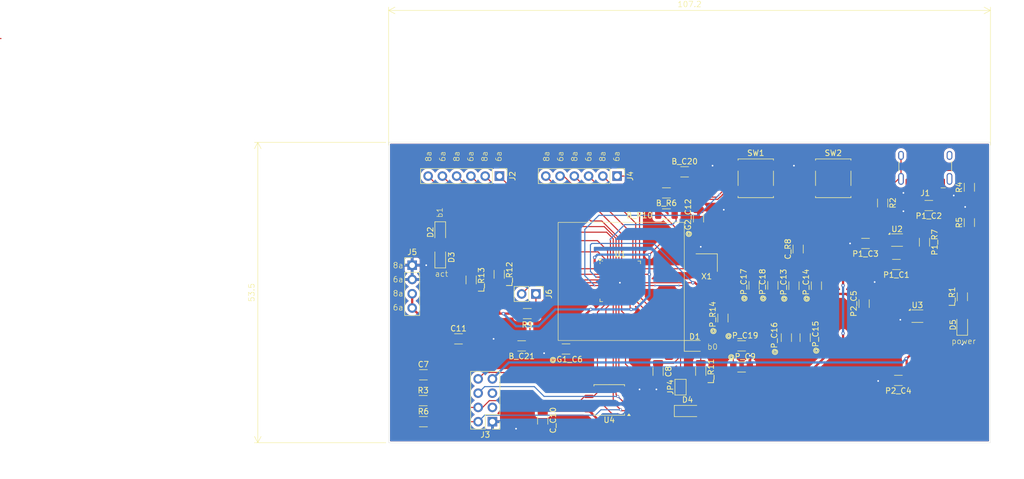
<source format=kicad_pcb>
(kicad_pcb (version 20241229) (generator "pcbnew") (generator_version "9.0")
  (layers (0 "F.Cu" signal) (2 "B.Cu" signal) (13 "F.Paste" user) (15 "B.Paste" user) (5 "F.SilkS" user "F.Silkscreen") (7 "B.SilkS" user "B.Silkscreen") (1 "F.Mask" user) (3 "B.Mask" user) (25 "Edge.Cuts" user))
  (net 0 "")
  (net 1 "Net-(U2-EN)")
  (net 2 "/IOB_0a")
  (net 3 "/~{BTN}")
  (net 4 "Net-(D4-K)")
  (net 5 "Net-(J1-SHIELD)")
  (net 8 "Net-(J1-CC1)")
  (net 10 "Net-(U1D-VPP_2V5)")
  (net 11 "Net-(J1-CC2)")
  (net 16 "/IOT_37a")
  (net 17 "/IOT_38b")
  (net 18 "/IOT_39a")
  (net 19 "/IOT_41a")
  (net 20 "Net-(U1D-VCCPLL)")
  (net 21 "/IOT_42b")
  (net 22 "/IOT_43a")
  (net 23 "/IOT_44b")
  (net 25 "/IOT_45b")
  (net 26 "/IOT_48b")
  (net 27 "/IOT_49a")
  (net 28 "+1V2")
  (net 29 "/IOT_50b")
  (net 30 "/IOT_51a")
  (net 31 "/IOB_6a")
  (net 32 "/IOB_2a")
  (net 33 "/IOB_3a_G6")
  (net 34 "/IOB_4a")
  (net 35 "/IOB_5a")
  (net 36 "/IOB_8a")
  (net 37 "/IOB_9a")
  (net 38 "/10B_25b_G3")
  (net 39 "/10B_24a")
  (net 40 "/10B_23a")
  (net 41 "/10B_22a")
  (net 42 "/10B_20a")
  (net 43 "GND")
  (net 44 "/10B_18a")
  (net 45 "/CDONE")
  (net 47 "/10B_16a")
  (net 48 "/SPI_~{CS}")
  (net 49 "/SPI_SCK")
  (net 51 "VIN")
  (net 52 "+3V3")
  (net 56 "/SPI_MISO-IO1")
  (net 57 "/SPI_MOSI-IO0")
  (net 58 "/SPI_~{HLD}-IO3")
  (net 59 "/SPI_~{WP}-IO2")
  (net 60 "Net-(X1-EN)")
  (net 61 "/CLK")
  (net 62 "/IOT_36b-~{LEDR}")
  (net 63 "/IOB_13b-~{LEDG}")
  (net 64 "Net-(D1-A)")
  (net 65 "Net-(D2-A)")
  (net 66 "Net-(D5-A)")
  (footprint "Capacitor_SMD:C_1206_3216Metric" (layer "F.Cu") (at 189.65 124.775 -90)
    (property "Reference" "@P_C16")
    (property "Value" "10n")
  )
  (footprint "Resistor_SMD:R_1206_3216Metric" (layer "F.Cu") (at 143.5 120.5)
    (property "Reference" "R9")
    (property "Value" "10k")
  )
  (footprint "Capacitor_SMD:C_1206_3216Metric" (layer "F.Cu") (at 203.5 118.725 90)
    (property "Reference" "P2_C5")
    (property "Value" "4u7")
  )
  (footprint "Resistor_SMD:R_1206_3216Metric" (layer "F.Cu") (at 174.4 130.8 -90)
    (property "Reference" "L_R11")
    (property "Value" "2k2")
  )
  (footprint "Capacitor_SMD:C_1206_3216Metric" (layer "F.Cu") (at 183.9 115.475 90)
    (property "Reference" "@P_C17")
    (property "Value" "100n")
  )
  (footprint "LED_SMD:LED_0805_2012Metric_Pad1.15x1.40mm_HandSolder" (layer "F.Cu") (at 220.975 122.5 90)
    (property "Reference" "D5")
    (property "Value" "red")
  )
  (footprint "Capacitor_SMD:C_1206_3216Metric" (layer "F.Cu") (at 181.675 126.25)
    (property "Reference" "@P_C19")
    (property "Value" "10u")
  )
  (footprint "Capacitor_SMD:C_1206_3216Metric" (layer "F.Cu") (at 171.525 95.25)
    (property "Reference" "B_C20")
    (property "Value" "1u")
  )
  (footprint "Resistor_SMD:R_1206_3216Metric" (layer "F.Cu") (at 138.5 113.5 -90)
    (property "Reference" "L_R12")
    (property "Value" "2k2")
  )
  (footprint "Capacitor_SMD:C_1206_3216Metric" (layer "F.Cu") (at 209.25 111.75 180)
    (property "Reference" "P1_C1")
    (property "Value" "1u")
  )
  (footprint "Resistor_SMD:R_1206_3216Metric" (layer "F.Cu") (at 206.8 100.8 -90)
    (property "Reference" "R2")
    (property "Value" "1M")
  )
  (footprint "Resistor_SMD:R_1206_3216Metric" (layer "F.Cu") (at 168.2875 102.75 180)
    (property "Reference" "B_R10")
    (property "Value" "10k")
  )
  (footprint "Capacitor_SMD:C_1206_3216Metric" (layer "F.Cu") (at 195 115.525 90)
    (property "Reference" "@P_C14")
    (property "Value" "100n")
  )
  (footprint "LED_SMD:LED_0805_2012Metric_Pad1.15x1.40mm_HandSolder" (layer "F.Cu") (at 173.325 126.25)
    (property "Reference" "D1")
    (property "Value" "blue")
  )
  (footprint "Capacitor_SMD:C_1206_3216Metric" (layer "F.Cu") (at 191 115.525 90)
    (property "Reference" "@P_C13")
    (property "Value" "10n")
  )
  (footprint "Capacitor_SMD:C_1206_3216Metric" (layer "F.Cu") (at 174 103.5 90)
    (property "Reference" "@G2_C12")
    (property "Value" "100n")
  )
  (footprint "Resistor_SMD:R_1206_3216Metric" (layer "F.Cu") (at 168.2875 99 180)
    (property "Reference" "B_R6")
    (property "Value" "10k")
  )
  (footprint "Package_SON:WSON-6-1EP_2x2mm_P0.65mm_EP1x1.6mm" (layer "F.Cu") (at 209.3625 107.4)
    (property "Reference" "U2")
    (property "Value" "TLV75533PDRV")
  )
  (footprint "Resistor_SMD:R_1206_3216Metric" (layer "F.Cu") (at 125 139.75)
    (property "Reference" "R6")
    (property "Value" "10k")
  )
  (footprint "Package_SO:SOIC-8_5.23x5.23mm_P1.27mm" (layer "F.Cu") (at 158.1 135.885 180)
    (property "Reference" "U4")
    (property "Value" "W25Q128JVS")
  )
  (footprint "Resistor_SMD:R_1206_3216Metric" (layer "F.Cu") (at 178.35 121.2875 90)
    (property "Reference" "@P_R14")
    (property "Value" "100E")
  )
  (footprint "Capacitor_SMD:C_1206_3216Metric" (layer "F.Cu") (at 215.025 101.25 180)
    (property "Reference" "P1_C2")
    (property "Value" "4u7")
  )
  (footprint "Resistor_SMD:R_1206_3216Metric" (layer "F.Cu") (at 221 117.5 90)
    (property "Reference" "L_R1")
    (property "Value" "2k2")
  )
  (footprint "Capacitor_SMD:C_1206_3216Metric" (layer "F.Cu") (at 146.25 139.5 -90)
    (property "Reference" "C_C10")
    (property "Value" "100n")
  )
  (footprint "Capacitor_SMD:C_1206_3216Metric" (layer "F.Cu") (at 142.5 126.25 180)
    (property "Reference" "B_C21")
    (property "Value" "1u")
  )
  (footprint "Resistor_SMD:R_1206_3216Metric" (layer "F.Cu") (at 222.25 104.2875 90)
    (property "Reference" "R5")
    (property "Value" "5k1")
  )
  (footprint "Capacitor_SMD:C_1206_3216Metric" (layer "F.Cu") (at 187.25 115.475 90)
    (property "Reference" "@P_C18")
    (property "Value" "1u")
  )
  (footprint "Resistor_SMD:R_1206_3216Metric" (layer "F.Cu") (at 124.9625 136)
    (property "Reference" "R3")
    (property "Value" "10k")
  )
  (footprint "Resistor_SMD:R_1206_3216Metric" (layer "F.Cu") (at 222.25 98 90)
    (property "Reference" "R4")
    (property "Value" "5k1")
  )
  (footprint "Capacitor_SMD:C_1206_3216Metric" (layer "F.Cu") (at 193 124.775 -90)
    (property "Reference" "@P_C15")
    (property "Value" "1u")
  )
  (footprint "Resistor_SMD:R_1206_3216Metric" (layer "F.Cu") (at 214.25 107.7875 -90)
    (property "Reference" "P1_R7")
    (property "Value" "10k")
  )
  (footprint "Capacitor_SMD:C_1206_3216Metric" (layer "F.Cu") (at 125 131.4)
    (property "Reference" "C7")
    (property "Value" "100n")
  )
  (footprint "Connector_PinHeader_2.54mm:PinHeader_1x06_P2.54mm_Vertical" (layer "F.Cu") (at 159.5 96 -90)
    (property "Reference" "J4")
    (property "Value" "Conn_01x06")
  )
  (footprint "Diode_SMD:D_SOD-123" (layer "F.Cu") (at 172.05 137.85)
    (property "Reference" "D4")
    (property "Value" "1N4148W")
  )
  (footprint "LED_SMD:LED_0805_2012Metric_Pad1.15x1.40mm_HandSolder" (layer "F.Cu") (at 128 106 -90)
    (property "Reference" "D2")
    (property "Value" "blue")
  )
  (footprint "Capacitor_SMD:C_1206_3216Metric" (layer "F.Cu") (at 209.6 132.4 180)
    (property "Reference" "P2_C4")
    (property "Value" "4u7")
  )
  (footprint "Jumper:SolderJumper-2_P1.3mm_Bridged_Pad1.0x1.5mm" (layer "F.Cu") (at 170.8 133.6 90)
    (property "Reference" "JP4")
    (property "Value" "Jumper")
  )
  (footprint "Capacitor_SMD:C_1206_3216Metric" (layer "F.Cu") (at 131.25 125)
    (property "Reference" "C11")
    (property "Value" "100n")
  )
  (footprint "Capacitor_SMD:C_1206_3216Metric" (layer "F.Cu") (at 181.675 130)
    (property "Reference" "@P_C9")
    (property "Value" "100n")
  )
  (footprint "Connector_PinHeader_2.54mm:PinHeader_1x02_P2.54mm_Vertical" (layer "F.Cu") (at 145.04 117 -90)
    (property "Reference" "J6")
    (property "Value" "Conn_01x02")
  )
  (footprint "Button_Switch_SMD:SW_SPST_B3S-1000" (layer "F.Cu") (at 198 96.4)
    (property "Reference" "SW2")
    (property "Value" "TACT")
  )
  (footprint "Oscillator:Oscillator_SMD_Abracon_ASE-4Pin_3.2x2.5mm" (layer "F.Cu") (at 175.45 111.425 180)
    (property "Reference" "X1")
    (property "Value" "12MHz")
  )
  (footprint "Connector_PinHeader_2.54mm:PinHeader_2x04_P2.54mm_Vertical" (layer "F.Cu") (at 137.29 139.75 180)
    (property "Reference" "J3")
    (property "Value" "spi programming")
  )
  (footprint "Connector_PinHeader_2.54mm:PinHeader_1x04_P2.54mm_Vertical" (layer "F.Cu") (at 123 111.88)
    (property "Reference" "J5")
    (property "Value" "Conn_01x04")
  )
  (footprint "Capacitor_SMD:C_1206_3216Metric" (layer "F.Cu") (at 166.8 130.825 -90)
    (property "Reference" "C8")
    (property "Value" "100n")
  )
  (footprint "Package_SON:WSON-6-1EP_2x2mm_P0.65mm_EP1x1.6mm" (layer "F.Cu") (at 212.9875 120.95)
    (property "Reference" "U3")
    (property "Value" "TLV73312PDRV")
  )
  (footprint "Button_Switch_SMD:SW_SPST_B3S-1000" (layer "F.Cu") (at 184.2 96.4)
    (property "Reference" "SW1")
    (property "Value" "TACT")
  )
  (footprint "LED_SMD:LED_0805_2012Metric_Pad1.15x1.40mm_HandSolder" (layer "F.Cu") (at 128 110.5 90)
    (property "Reference" "D3")
    (property "Value" "green")
  )
  (footprint "Connector_USB:USB_C_Receptacle_HCTL_HC-TYPE-C-16P-01A" (layer "F.Cu") (at 214.39 93.395 180)
    (property "Reference" "J1")
    (property "Value" "USB_C")
  )
  (footprint "Resistor_SMD:R_1206_3216Metric" (layer "F.Cu") (at 191.75 109 90)
    (property "Reference" "C_R8")
    (property "Value" "10k")
  )
  (footprint "Package_DFN_QFN:QFN-48-1EP_7x7mm_P0.5mm_EP5.6x5.6mm" (layer "F.Cu") (at 160.0625 114.75)
    (property "Reference" "U1")
    (property "Value" "ICE40UP5K-SG48ITR")
  )
  (footprint "Connector_PinHeader_2.54mm:PinHeader_1x06_P2.54mm_Vertical" (layer "F.Cu") (at 138.54 96 -90)
    (property "Reference" "J2")
    (property "Value" "Conn_01x06")
  )
  (footprint "Resistor_SMD:R_1206_3216Metric" (layer "F.Cu") (at 133.5 114.5 -90)
    (property "Reference" "L_R13")
    (property "Value" "2k2")
  )
  (footprint "Capacitor_SMD:C_1206_3216Metric" (layer "F.Cu") (at 150.4 126.8 180)
    (property "Reference" "@G1_C6")
    (property "Value" "100n")
  )
  (footprint "Capacitor_SMD:C_1206_3216Metric" (layer "F.Cu") (at 203.75 108 180)
    (property "Reference" "P1_C3")
    (property "Value" "4u7")
  )
  (gr_rect (start 149 104.25) (end 171.465 125.29) (stroke (width 0.1)) (fill no) (layer "F.SilkS"))
  (gr_rect (start 118.8 90) (end 226 143.5) (stroke (width 0.05)) (fill no) (layer "Edge.Cuts"))
  (gr_text "6a" (at 129 93.5 90) (layer "F.SilkS") (effects (font (size 1 1) (thickness 0.1)) (justify left bottom)))
  (gr_text "act" (at 127 114 0) (layer "F.SilkS") (effects (font (size 1 1) (thickness 0.1)) (justify left bottom)))
  (gr_text "6a" (at 155 93.5 90) (layer "F.SilkS") (effects (font (size 1 1) (thickness 0.1)) (justify left bottom)))
  (gr_text "6a" (at 119.5 115 0) (layer "F.SilkS") (effects (font (size 1 1) (thickness 0.1)) (justify left bottom)))
  (gr_text "8a" (at 157.5 93.5 90) (layer "F.SilkS") (effects (font (size 1 1) (thickness 0.1)) (justify left bottom)))
  (gr_text "8a" (at 119.5 117.5 0) (layer "F.SilkS") (effects (font (size 1 1) (thickness 0.1)) (justify left bottom)))
  (gr_text "b0" (at 175.5 127 0) (layer "F.SilkS") (effects (font (size 1 1) (thickness 0.1)) (justify left bottom)))
  (gr_text "power\n" (at 219 126 0) (layer "F.SilkS") (effects (font (size 1 1) (thickness 0.1)) (justify left bottom)))
  (gr_text "6a" (at 119.5 120 0) (layer "F.SilkS") (effects (font (size 1 1) (thickness 0.1)) (justify left bottom)))
  (gr_text "8a" (at 126.5 93.5 90) (layer "F.SilkS") (effects (font (size 1 1) (thickness 0.1)) (justify left bottom)))
  (gr_text "b1" (at 128.5 103.5 90) (layer "F.SilkS") (effects (font (size 1 1) (thickness 0.1)) (justify left bottom)))
  (gr_text "8a" (at 147.5 93.5 90) (layer "F.SilkS") (effects (font (size 1 1) (thickness 0.1)) (justify left bottom)))
  (gr_text "8a" (at 131.5 93.5 90) (layer "F.SilkS") (effects (font (size 1 1) (thickness 0.1)) (justify left bottom)))
  (gr_text "8a" (at 152.5 93.5 90) (layer "F.SilkS") (effects (font (size 1 1) (thickness 0.1)) (justify left bottom)))
  (gr_text "6a" (at 160 93.5 90) (layer "F.SilkS") (effects (font (size 1 1) (thickness 0.1)) (justify left bottom)))
  (gr_text "8a" (at 136.5 93.5 90) (layer "F.SilkS") (effects (font (size 1 1) (thickness 0.1)) (justify left bottom)))
  (gr_text "6a" (at 134 93.5 90) (layer "F.SilkS") (effects (font (size 1 1) (thickness 0.1)) (justify left bottom)))
  (gr_text "6a" (at 139 93.5 90) (layer "F.SilkS") (effects (font (size 1 1) (thickness 0.1)) (justify left bottom)))
  (gr_text "6a" (at 150 93.5 90) (layer "F.SilkS") (effects (font (size 1 1) (thickness 0.1)) (justify left bottom)))
  (gr_text "8a" (at 119.5 112.5 0) (layer "F.SilkS") (effects (font (size 1 1) (thickness 0.1)) (justify left bottom)))
  (dimension (type orthogonal) (layer "F.SilkS") (pts (xy 226 91) (xy 118.8 91)) (height -24.5) (orientation 0) (format (prefix "") (suffix "") (units 3) (units_format 0) (precision 4) (suppress_zeroes yes)) (style (thickness 0.1) (arrow_length 1.27) (text_position_mode 0) (arrow_direction outward) (extension_height 0.58642) (extension_offset 0.5) (keep_text_aligned yes)) (gr_text "107.2" (at 172.4 65.4 0) (layer "F.SilkS") (effects (font (size 1 1) (thickness 0.1)))))
  (dimension (type orthogonal) (layer "F.SilkS") (pts (xy 118.8 143.5) (xy 118.8 90)) (height -23.3) (orientation 1) (format (prefix "") (suffix "") (units 3) (units_format 0) (precision 4) (suppress_zeroes yes)) (style (thickness 0.1) (arrow_length 1.27) (text_position_mode 0) (arrow_direction outward) (extension_height 0.58642) (extension_offset 0.5) (keep_text_aligned yes)) (gr_text "53.5" (at 94.4 116.75 90) (layer "F.SilkS") (effects (font (size 1 1) (thickness 0.1)))))
  (segment (start 49.681 71.5) (end 49.681 71.505) (width 0.2) (layer "F.Cu") (net 0))
  (segment (start 49.75 71.5) (end 49.681 71.5) (width 0.2) (layer "F.Cu") (net 0))
  (segment (start 214.25 109.25) (end 211.45 109.25) (width 0.2) (layer "F.Cu") (net 1))
  (segment (start 214.25 109.25) (end 213.225 109.25) (width 0.2) (layer "F.Cu") (net 1))
  (segment (start 210.725 110.175) (end 210.725 111.75) (width 0.2) (layer "F.Cu") (net 1))
  (segment (start 211.45 109.45) (end 210.725 110.175) (width 0.2) (layer "F.Cu") (net 1))
  (segment (start 211.45 109.25) (end 210.25 108.05) (width 0.2) (layer "F.Cu") (net 1))
  (segment (start 211.45 109.25) (end 211.45 109.45) (width 0.2) (layer "F.Cu") (net 1))
  (segment (start 170.05 95.25) (end 168.8865 96.4135) (width 0.2) (layer "F.Cu") (net 2))
  (segment (start 178.201 99.436811) (end 178.201 99.3661) (width 0.2) (layer "F.Cu") (net 2))
  (segment (start 178.8171 98.75) (end 181.25 98.75) (width 0.2) (layer "F.Cu") (net 2))
  (segment (start 158.3125 107.3125) (end 158.3125 111.3125) (width 0.2) (layer "F.Cu") (net 2))
  (segment (start 170.000644 102.499356) (end 172.349 100.151) (width 0.2) (layer "F.Cu") (net 2))
  (segment (start 170.000644 103.998708) (end 170.000644 102.499356) (width 0.2) (layer "F.Cu") (net 2))
  (segment (start 159.5 96) (end 169.3 96) (width 0.2) (layer "F.Cu") (net 2))
  (segment (start 169.999352 102.999352) (end 169.75 102.75) (width 0.2) (layer "F.Cu") (net 2))
  (segment (start 168.8865 101.8865) (end 169.75 102.75) (width 0.2) (layer "F.Cu") (net 2))
  (segment (start 177.8661 99.701) (end 177.936811 99.701) (width 0.2) (layer "F.Cu") (net 2))
  (segment (start 177.4161 100.151) (end 177.8661 99.701) (width 0.2) (layer "F.Cu") (net 2))
  (segment (start 169.999352 104) (end 169.999352 102.999352) (width 0.2) (layer "F.Cu") (net 2))
  (segment (start 172.349 100.151) (end 177.4161 100.151) (width 0.2) (layer "F.Cu") (net 2))
  (segment (start 177.936811 99.701) (end 178.201 99.436811) (width 0.2) (layer "F.Cu") (net 2))
  (segment (start 168.8865 96.4135) (end 168.8865 101.8865) (width 0.2) (layer "F.Cu") (net 2))
  (segment (start 178.201 99.3661) (end 178.8171 98.75) (width 0.2) (layer "F.Cu") (net 2))
  (segment (start 169.999352 104) (end 170.000644 103.998708) (width 0.2) (layer "F.Cu") (net 2))
  (segment (start 169.3 96) (end 170.05 95.25) (width 0.2) (layer "F.Cu") (net 2))
  (via micro (at 169.999352 104) (size 0.3) (drill 0.1) (layers "F.Cu" "B.Cu") (net 2))
  (via micro (at 158.3125 107.3125) (size 0.3) (drill 0.1) (layers "F.Cu" "B.Cu") (net 2))
  (segment (start 169.352644 104.646708) (end 160.853292 104.646708) (width 0.2) (layer "B.Cu") (net 2))
  (segment (start 160.853292 104.646708) (end 158.3125 107.1875) (width 0.2) (layer "B.Cu") (net 2))
  (segment (start 158.3125 107.1875) (end 158.3125 107.3125) (width 0.2) (layer "B.Cu") (net 2))
  (segment (start 169.999352 104) (end 169.352644 104.646708) (width 0.2) (layer "B.Cu") (net 2))
  (segment (start 145.04 117) (end 145.04 120.4225) (width 0.2) (layer "F.Cu") (net 3))
  (segment (start 143.975 121.4875) (end 144.9625 120.5) (width 0.2) (layer "F.Cu") (net 3))
  (segment (start 180 97) (end 177.75 99.25) (width 0.2) (layer "F.Cu") (net 3))
  (segment (start 177.25 99.75) (end 177.75 99.25) (width 0.2) (layer "F.Cu") (net 3))
  (segment (start 148.9625 115.5) (end 155.5 115.5) (width 0.2) (layer "F.Cu") (net 3))
  (segment (start 194.125 98.75) (end 192.375 97) (width 0.2) (layer "F.Cu") (net 3))
  (segment (start 194.025 98.65) (end 201.975 98.65) (width 0.2) (layer "F.Cu") (net 3))
  (segment (start 155.5 115.5) (end 156.625 115.5) (width 0.2) (layer "F.Cu") (net 3))
  (segment (start 144.9625 119.5) (end 148.9625 115.5) (width 0.2) (layer "F.Cu") (net 3))
  (segment (start 169.75 99.75) (end 177.25 99.75) (width 0.2) (layer "F.Cu") (net 3))
  (segment (start 145.04 120.4225) (end 144.9625 120.5) (width 0.2) (layer "F.Cu") (net 3))
  (segment (start 143.975 126.25) (end 143.975 121.4875) (width 0.2) (layer "F.Cu") (net 3))
  (segment (start 192.375 97) (end 180 97) (width 0.2) (layer "F.Cu") (net 3))
  (segment (start 144.9625 120.5) (end 144.9625 119.5) (width 0.2) (layer "F.Cu") (net 3))
  (via micro (at 155.5 115.5) (size 0.3) (drill 0.1) (layers "F.Cu" "B.Cu") (net 3))
  (via micro (at 177.75 99.25) (size 0.3) (drill 0.1) (layers "F.Cu" "B.Cu") (net 3))
  (segment (start 174 103) (end 156.25 103) (width 0.2) (layer "B.Cu") (net 3))
  (segment (start 153.75 105.5) (end 156.25 103) (width 0.2) (layer "B.Cu") (net 3))
  (segment (start 177.75 99.25) (end 174 103) (width 0.2) (layer "B.Cu") (net 3))
  (segment (start 153.75 105.5) (end 153.75 113.75) (width 0.2) (layer "B.Cu") (net 3))
  (segment (start 153.75 113.75) (end 155.5 115.5) (width 0.2) (layer "B.Cu") (net 3))
  (segment (start 170.8 137.45) (end 170.4 137.85) (width 0.2) (layer "F.Cu") (net 4))
  (segment (start 170.8 134.25) (end 170.8 137.45) (width 0.2) (layer "F.Cu") (net 4))
  (segment (start 210.07 96.5) (end 210.07 92.32) (width 0.2) (layer "F.Cu") (net 5))
  (segment (start 209.6375 96.5) (end 210.07 96.5) (width 0.2) (layer "F.Cu") (net 5))
  (segment (start 206.8 99.3375) (end 209.6375 96.5) (width 0.2) (layer "F.Cu") (net 5))
  (segment (start 220.75 98) (end 220.5 97.75) (width 0.2) (layer "F.Cu") (net 8))
  (segment (start 220.5 97.75) (end 220.5 96) (width 0.2) (layer "F.Cu") (net 8))
  (segment (start 222.25 102.825) (end 224.5 100.575) (width 0.2) (layer "F.Cu") (net 8))
  (segment (start 215.64 96.456176) (end 215.64 97.14) (width 0.2) (layer "F.Cu") (net 8))
  (segment (start 224.5 98) (end 220.75 98) (width 0.2) (layer "F.Cu") (net 8))
  (segment (start 224.5 100.575) (end 224.5 98) (width 0.2) (layer "F.Cu") (net 8))
  (segment (start 217.096176 95) (end 215.64 96.456176) (width 0.2) (layer "F.Cu") (net 8))
  (segment (start 219.5 95) (end 217.096176 95) (width 0.2) (layer "F.Cu") (net 8))
  (segment (start 220.5 96) (end 219.5 95) (width 0.2) (layer "F.Cu") (net 8))
  (segment (start 166.8 129.35) (end 169.55 129.35) (width 0.2) (layer "F.Cu") (net 10))
  (segment (start 170.8 126.175) (end 162.8125 118.1875) (width 0.2) (layer "F.Cu") (net 10))
  (segment (start 170.8 128.1) (end 170.8 126.175) (width 0.2) (layer "F.Cu") (net 10))
  (segment (start 170.8 132.95) (end 170.8 128.1) (width 0.2) (layer "F.Cu") (net 10))
  (segment (start 169.55 129.35) (end 170.8 128.1) (width 0.2) (layer "F.Cu") (net 10))
  (segment (start 212.64 96.456176) (end 212.64 97.14) (width 0.2) (layer "F.Cu") (net 11))
  (segment (start 214.596176 94.5) (end 212.64 96.456176) (width 0.2) (layer "F.Cu") (net 11))
  (segment (start 220.2125 94.5) (end 214.596176 94.5) (width 0.2) (layer "F.Cu") (net 11))
  (segment (start 222.25 96.5375) (end 220.2125 94.5) (width 0.2) (layer "F.Cu") (net 11))
  (segment (start 180.425 129.775) (end 180.2 130) (width 0.2) (layer "F.Cu") (net 20))
  (segment (start 180.2 124.6) (end 178.35 122.75) (width 0.2) (layer "F.Cu") (net 20))
  (segment (start 166.25 115.5) (end 163.5 115.5) (width 0.2) (layer "F.Cu") (net 20))
  (segment (start 171.1 115.5) (end 170.5 115.5) (width 0.2) (layer "F.Cu") (net 20))
  (segment (start 178.35 122.75) (end 171.1 115.5) (width 0.2) (layer "F.Cu") (net 20))
  (segment (start 180.2 126.25) (end 180.2 124.6) (width 0.2) (layer "F.Cu") (net 20))
  (segment (start 180.2 130) (end 180.2 126.25) (width 0.2) (layer "F.Cu") (net 20))
  (via micro (at 166.25 115.5) (size 0.3) (drill 0.1) (layers "F.Cu" "B.Cu") (net 20))
  (via micro (at 170.5 115.5) (size 0.3) (drill 0.1) (layers "F.Cu" "B.Cu") (net 20))
  (segment (start 170.5 115.5) (end 166.25 115.5) (width 0.2) (layer "B.Cu") (net 20))
  (segment (start 162.8125 104.3925) (end 162.8125 111.3125) (width 0.2) (layer "F.Cu") (net 25))
  (segment (start 154.42 96) (end 162.8125 104.3925) (width 0.2) (layer "F.Cu") (net 25))
  (segment (start 156.96 96) (end 163.5 102.54) (width 0.2) (layer "F.Cu") (net 26))
  (segment (start 163.5 102.54) (end 163.5 112) (width 0.2) (layer "F.Cu") (net 26))
  (segment (start 146.8 96) (end 154.8 104) (width 0.2) (layer "F.Cu") (net 27))
  (segment (start 154.8 104) (end 156.772011 104) (width 0.2) (layer "F.Cu") (net 27))
  (segment (start 156.772011 104) (end 159.8125 107.040489) (width 0.2) (layer "F.Cu") (net 27))
  (segment (start 159.8125 107.040489) (end 159.8125 111.3125) (width 0.2) (layer "F.Cu") (net 27))
  (segment (start 156.625 114) (end 156.5 114) (width 0.2) (layer "F.Cu") (net 28))
  (segment (start 163.5 115) (end 173 115) (width 0.2) (layer "F.Cu") (net 28))
  (segment (start 187.25 116.95) (end 190.95 116.95) (width 0.4) (layer "F.Cu") (net 28))
  (segment (start 178.35 119.825) (end 181.025 119.825) (width 0.4) (layer "F.Cu") (net 28))
  (segment (start 156.5 114) (end 155.75 114) (width 0.2) (layer "F.Cu") (net 28))
  (segment (start 203.5 120.2) (end 212 120.2) (width 0.4) (layer "F.Cu") (net 28))
  (segment (start 178.35 119.825) (end 178.35 119.9625) (width 0.2) (layer "F.Cu") (net 28))
  (segment (start 212 120.2) (end 212.1 120.3) (width 0.2) (layer "F.Cu") (net 28))
  (segment (start 181.025 119.825) (end 183.9 116.95) (width 0.4) (layer "F.Cu") (net 28))
  (segment (start 190.95 116.95) (end 191 117) (width 0.2) (layer "F.Cu") (net 28))
  (segment (start 178.65 119.825) (end 178.35 119.825) (width 0.2) (layer "F.Cu") (net 28))
  (segment (start 178.35 119.9625) (end 173.3365 114.949) (width 0.4) (layer "F.Cu") (net 28))
  (segment (start 194.35 117) (end 193 118.35) (width 0.4) (layer "F.Cu") (net 28))
  (segment (start 191 117) (end 194.35 117) (width 0.4) (layer "F.Cu") (net 28))
  (segment (start 189.65 118.35) (end 189.65 123.3) (width 0.4) (layer "F.Cu") (net 28))
  (segment (start 183.9 116.95) (end 187.25 116.95) (width 0.4) (layer "F.Cu") (net 28))
  (segment (start 178.825 120) (end 178.65 119.825) (width 0.2) (layer "F.Cu") (net 28))
  (segment (start 200.3 117) (end 203.5 120.2) (width 0.4) (layer "F.Cu") (net 28))
  (segment (start 191 117) (end 189.65 118.35) (width 0.4) (layer "F.Cu") (net 28))
  (segment (start 194.35 117) (end 200.3 117) (width 0.4) (layer "F.Cu") (net 28))
  (segment (start 193 118.35) (end 193 123.3) (width 0.4) (layer "F.Cu") (net 28))
  (via micro (at 155.75 114) (size 0.3) (drill 0.1) (layers "F.Cu" "B.Cu") (net 28))
  (via (at 173 115) (size 0.6) (drill 0.3) (layers "F.Cu" "B.Cu") (net 28))
  (segment (start 155 108) (end 166 108) (width 0.2) (layer "B.Cu") (net 28))
  (segment (start 155.75 114) (end 154.75 113) (width 0.2) (layer "B.Cu") (net 28))
  (segment (start 154.75 108.25) (end 155 108) (width 0.2) (layer "B.Cu") (net 28))
  (segment (start 173 115) (end 173.025 115) (width 0.2) (layer "B.Cu") (net 28))
  (segment (start 166 108) (end 173 115) (width 0.2) (layer "B.Cu") (net 28))
  (segment (start 154.75 113) (end 154.75 108.25) (width 0.2) (layer "B.Cu") (net 28))
  (segment (start 151.88 96) (end 162.3125 106.4325) (width 0.2) (layer "F.Cu") (net 29))
  (segment (start 162.3125 106.4325) (end 162.3125 111.3125) (width 0.2) (layer "F.Cu") (net 29))
  (segment (start 160.3125 106.3125) (end 160.3125 111.3125) (width 0.2) (layer "F.Cu") (net 30))
  (segment (start 150 96) (end 160.3125 106.3125) (width 0.2) (layer "F.Cu") (net 30))
  (segment (start 149.34 96) (end 150 96) (width 0.2) (layer "F.Cu") (net 30))
  (segment (start 156.625 112.5) (end 151.3 112.5) (width 0.2) (layer "F.Cu") (net 31))
  (segment (start 141.8 103) (end 135.38 103) (width 0.2) (layer "F.Cu") (net 31))
  (segment (start 151.3 112.5) (end 141.8 103) (width 0.2) (layer "F.Cu") (net 31))
  (segment (start 135.38 103) (end 128.38 96) (width 0.2) (layer "F.Cu") (net 31))
  (segment (start 157.8125 109.3125) (end 157.8125 111.3125) (width 0.2) (layer "F.Cu") (net 32))
  (segment (start 150.5 107.5) (end 156 107.5) (width 0.2) (layer "F.Cu") (net 32))
  (segment (start 156 107.5) (end 157.8125 109.3125) (width 0.2) (layer "F.Cu") (net 32))
  (segment (start 137.96 100.5) (end 143.5 100.5) (width 0.2) (layer "F.Cu") (net 32))
  (segment (start 133.46 96) (end 137.96 100.5) (width 0.2) (layer "F.Cu") (net 32))
  (segment (start 143.5 100.5) (end 150.5 107.5) (width 0.2) (layer "F.Cu") (net 32))
  (segment (start 157.204911 105) (end 159.3125 107.107589) (width 0.2) (layer "F.Cu") (net 33))
  (segment (start 138.54 96) (end 140.54 98) (width 0.2) (layer "F.Cu") (net 33))
  (segment (start 152.5 105) (end 157.204911 105) (width 0.2) (layer "F.Cu") (net 33))
  (segment (start 159.3125 107.107589) (end 159.3125 111.3125) (width 0.2) (layer "F.Cu") (net 33))
  (segment (start 145.5 98) (end 152.5 105) (width 0.2) (layer "F.Cu") (net 33))
  (segment (start 140.54 98) (end 145.5 98) (width 0.2) (layer "F.Cu") (net 33))
  (segment (start 143 102) (end 150.5 109.5) (width 0.2) (layer "F.Cu") (net 34))
  (segment (start 156.099 109.5) (end 157.3125 110.7135) (width 0.2) (layer "F.Cu") (net 34))
  (segment (start 157.3125 110.7135) (end 157.3125 111.3125) (width 0.2) (layer "F.Cu") (net 34))
  (segment (start 150.5 109.5) (end 156.099 109.5) (width 0.2) (layer "F.Cu") (net 34))
  (segment (start 130.92 96) (end 136.92 102) (width 0.2) (layer "F.Cu") (net 34))
  (segment (start 136.92 102) (end 143 102) (width 0.2) (layer "F.Cu") (net 34))
  (segment (start 144.5 99.5) (end 151 106) (width 0.2) (layer "F.Cu") (net 35))
  (segment (start 136 96) (end 139.5 99.5) (width 0.2) (layer "F.Cu") (net 35))
  (segment (start 158.8125 107.174689) (end 158.8125 111.3125) (width 0.2) (layer "F.Cu") (net 35))
  (segment (start 151 106) (end 157.637811 106) (width 0.2) (layer "F.Cu") (net 35))
  (segment (start 139.5 99.5) (end 144.5 99.5) (width 0.2) (layer "F.Cu") (net 35))
  (segment (start 157.637811 106) (end 158.8125 107.174689) (width 0.2) (layer "F.Cu") (net 35))
  (segment (start 156.625 113.5) (end 150.3 113.5) (width 0.2) (layer "F.Cu") (net 36))
  (segment (start 134.04 104.2) (end 125.84 96) (width 0.2) (layer "F.Cu") (net 36))
  (segment (start 150.3 113.5) (end 141 104.2) (width 0.2) (layer "F.Cu") (net 36))
  (segment (start 141 104.2) (end 134.04 104.2) (width 0.2) (layer "F.Cu") (net 36))
  (segment (start 183.15 128) (end 183.15 126.25) (width 0.2) (layer "F.Cu") (net 43))
  (segment (start 183.15 130) (end 183.15 128) (width 0.2) (layer "F.Cu") (net 43))
  (segment (start 202.8 117.45) (end 207.775 112.475) (width 0.2) (layer "F.Cu") (net 43))
  (segment (start 212.35228 121.6) (end 212.9875 120.96478) (width 0.4) (layer "F.Cu") (net 43))
  (segment (start 183.9 114) (end 194.95 114) (width 0.4) (layer "F.Cu") (net 43))
  (segment (start 212.1 121.6) (end 209.949943 121.6) (width 0.4) (layer "F.Cu") (net 43))
  (segment (start 123 111.88) (end 125.5 111.88) (width 0.4) (layer "F.Cu") (net 43))
  (segment (start 166.8 133.7) (end 166.5 134) (width 0.4) (layer "F.Cu") (net 43))
  (segment (start 211.19 97.14) (end 211.19 98.31) (width 0.4) (layer "F.Cu") (net 43))
  (segment (start 208.125 132.4) (end 206.1 132.4) (width 0.4) (layer "F.Cu") (net 43))
  (segment (start 222.25 100.75) (end 221.5 101.5) (width 0.2) (layer "F.Cu") (net 43))
  (segment (start 212.9875 120.96478) (end 212.9875 120.95) (width 0.4) (layer "F.Cu") (net 43))
  (segment (start 206.1 132.4) (end 206 132.5) (width 0.4) (layer "F.Cu") (net 43))
  (segment (start 221.5 101.5) (end 221.074 101.926) (width 0.2) (layer "F.Cu") (net 43))
  (segment (start 132.725 125.15) (end 132.725 125) (width 0.4) (layer "F.Cu") (net 43))
  (segment (start 220.975 123.525) (end 220.975 125.975) (width 0.2) (layer "F.Cu") (net 43))
  (segment (start 221.074 104.574) (end 222.25 105.75) (width 0.2) (layer "F.Cu") (net 43))
  (segment (start 221.074 101.926) (end 221.074 104.574) (width 0.2) (layer "F.Cu") (net 43))
  (segment (start 202.275 108) (end 201 108) (width 0.2) (layer "F.Cu") (net 43))
  (segment (start 174.4 110.6) (end 174.4 108.6) (width 0.2) (layer "F.Cu") (net 43))
  (segment (start 211.19 98.31) (end 210.5 99) (width 0.4) (layer "F.Cu") (net 43))
  (segment (start 183.15 130) (end 183.15 126.25) (width 0.4) (layer "F.Cu") (net 43))
  (segment (start 193 126.25) (end 183.15 126.25) (width 0.4) (layer "F.Cu") (net 43))
  (segment (start 209.949943 121.6) (end 209.924971 121.575028) (width 0.2) (layer "F.Cu") (net 43))
  (segment (start 217.59 97.59) (end 219.4625 99.4625) (width 0.4) (layer "F.Cu") (net 43))
  (segment (start 212.1 121.6) (end 212.35228 121.6) (width 0.4) (layer "F.Cu") (net 43))
  (segment (start 161.7 133.98) (end 163.48 133.98) (width 0.4) (layer "F.Cu") (net 43))
  (segment (start 178.475 102.025) (end 178.5 102) (width 0.2) (layer "F.Cu") (net 43))
  (segment (start 141.525 140.975) (end 141.5 141) (width 0.4) (layer "F.Cu") (net 43))
  (segment (start 166.8 132.3) (end 166.8 133.7) (width 0.4) (layer "F.Cu") (net 43))
  (segment (start 219.4625 99.4625) (end 222.25 99.4625) (width 0.4) (layer "F.Cu") (net 43))
  (segment (start 127.645 111.88) (end 128 111.525) (width 0.2) (layer "F.Cu") (net 43))
  (segment (start 195 114.05) (end 194.35 114.05) (width 0.2) (layer "F.Cu") (net 43))
  (segment (start 222.25 99.4625) (end 222.25 100.75) (width 0.2) (layer "F.Cu") (net 43))
  (segment (start 123 114.42) (end 123 111.88) (width 0.4) (layer "F.Cu") (net 43))
  (segment (start 174 102.025) (end 178.475 102.025) (width 0.2) (layer "F.Cu") (net 43))
  (segment (start 194.95 114) (end 195 114.05) (width 0.4) (layer "F.Cu") (net 43))
  (segment (start 207.775 112.475) (end 207.775 111.75) (width 0.2) (layer "F.Cu") (net 43))
  (via (at 166.5 134) (size 0.6) (drill 0.3) (layers "F.Cu" "B.Cu") (net 43))
  (via (at 221 126) (size 0.6) (drill 0.3) (layers "F.Cu" "B.Cu") (net 43))
  (via (at 210.5 99) (size 0.5) (drill 0.3) (layers "F.Cu" "B.Cu") (net 43))
  (via (at 174.4 108.6) (size 0.6) (drill 0.3) (layers "F.Cu" "B.Cu") (net 43))
  (via (at 183.15 128) (size 0.6) (drill 0.3) (layers "F.Cu" "B.Cu") (net 43))
  (via (at 146.5 127.551) (size 0.6) (drill 0.3) (layers "F.Cu" "B.Cu") (net 43))
  (via (at 125.5 111.88) (size 0.6) (drill 0.3) (layers "F.Cu" "B.Cu") (net 43))
  (via (at 201 108) (size 0.6) (drill 0.3) (layers "F.Cu" "B.Cu") (net 43))
  (via (at 191 94.15) (size 0.6) (drill 0.3) (layers "F.Cu" "B.Cu") (net 43))
  (via (at 160 115) (size 0.6) (drill 0.3) (layers "F.Cu" "B.Cu") (net 43))
  (via (at 209.949943 121.6) (size 0.6) (drill 0.3) (layers "F.Cu" "B.Cu") (net 43))
  (via (at 176.5 94.15) (size 0.6) (drill 0.3) (layers "F.Cu" "B.Cu") (net 43))
  (via (at 221.5 101.5) (size 0.6) (drill 0.3) (layers "F.Cu" "B.Cu") (net 43))
  (via (at 141.5 141) (size 0.6) (drill 0.3) (layers "F.Cu" "B.Cu") (net 43))
  (via (at 219.4625 99.4625) (size 0.5) (drill 0.3) (layers "F.Cu" "B.Cu") (net 43))
  (via (at 205.375 114.875) (size 0.6) (drill 0.3) (layers "F.Cu" "B.Cu") (net 43))
  (via (at 210.5 102.2625) (size 0.6) (drill 0.3) (layers "F.Cu" "B.Cu") (net 43))
  (via (at 163.5 134) (size 0.6) (drill 0.3) (layers "F.Cu" "B.Cu") (net 43))
  (via (at 206 132.5) (size 0.6) (drill 0.3) (layers "F.Cu" "B.Cu") (net 43))
  (via (at 137.5 125) (size 0.6) (drill 0.3) (layers "F.Cu" "B.Cu") (net 43))
  (via (at 178.5 102) (size 0.6) (drill 0.3) (layers "F.Cu" "B.Cu") (net 43))
  (segment (start 144.5 115) (end 152.25 115) (width 0.2) (layer "F.Cu") (net 45))
  (segment (start 133.5 113.0375) (end 142.5375 113.0375) (width 0.2) (layer "F.Cu") (net 45))
  (segment (start 142.5 117) (end 144.5 115) (width 0.2) (layer "F.Cu") (net 45))
  (segment (start 152.25 115) (end 156.625 115) (width 0.2) (layer "F.Cu") (net 45))
  (segment (start 129.9375 109.475) (end 133.5 113.0375) (width 0.2) (layer "F.Cu") (net 45))
  (segment (start 142.5375 113.0375) (end 144.5 115) (width 0.2) (layer "F.Cu") (net 45))
  (segment (start 128 109.475) (end 129.9375 109.475) (width 0.2) (layer "F.Cu") (net 45))
  (segment (start 160.125 137.625) (end 158.8125 136.3125) (width 0.2) (layer "F.Cu") (net 48))
  (segment (start 126.4625 139.75) (end 134.75 139.75) (width 0.2) (layer "F.Cu") (net 48))
  (segment (start 161.7 137.79) (end 160.29 137.79) (width 0.2) (layer "F.Cu") (net 48))
  (segment (start 160.29 137.79) (end 160.125 137.625) (width 0.2) (layer "F.Cu") (net 48))
  (segment (start 158.8125 136.3125) (end 158.8125 118.1875) (width 0.2) (layer "F.Cu") (net 48))
  (via (at 160.125 137.625) (size 0.5) (drill 0.3) (layers "F.Cu" "B.Cu") (net 48))
  (segment (start 135.901 138.599) (end 155.651 138.599) (width 0.2) (layer "B.Cu") (net 48))
  (segment (start 134.75 139.75) (end 135.901 138.599) (width 0.2) (layer "B.Cu") (net 48))
  (segment (start 156.625 137.625) (end 160.125 137.625) (width 0.2) (layer "B.Cu") (net 48))
  (segment (start 155.651 138.599) (end 156.625 137.625) (width 0.2) (layer "B.Cu") (net 48))
  (segment (start 158.3125 118.7546) (end 157.5 119.5671) (width 0.2) (layer "F.Cu") (net 49))
  (segment (start 153.700001 135.25) (end 154.5 135.25) (width 0.2) (layer "F.Cu") (net 49))
  (segment (start 155.299999 135.25) (end 157.5 133.049999) (width 0.2) (layer "F.Cu") (net 49))
  (segment (start 152.950001 136) (end 153.700001 135.25) (width 0.2) (layer "F.Cu") (net 49))
  (segment (start 157.5 119.5671) (end 157.5 133.049999) (width 0.2) (layer "F.Cu") (net 49))
  (segment (start 136.75 136) (end 135.54 137.21) (width 0.2) (layer "F.Cu") (net 49))
  (segment (start 127.635 137.21) (end 134.75 137.21) (width 0.2) (layer "F.Cu") (net 49))
  (segment (start 136.75 136) (end 152.950001 136) (width 0.2) (layer "F.Cu") (net 49))
  (segment (start 135.54 137.21) (end 134.75 137.21) (width 0.2) (layer "F.Cu") (net 49))
  (segment (start 158.3125 118.1875) (end 158.3125 118.7546) (width 0.2) (layer "F.Cu") (net 49))
  (segment (start 154.5 135.25) (end 155.299999 135.25) (width 0.2) (layer "F.Cu") (net 49))
  (segment (start 126.425 136) (end 127.635 137.21) (width 0.2) (layer "F.Cu") (net 49))
  (segment (start 211 128.5) (end 211.075 128.575) (width 0.4) (layer "F.Cu") (net 51))
  (segment (start 219.75 114.7875) (end 219.75 114) (width 0.4) (layer "F.Cu") (net 51))
  (segment (start 214.8 118.95) (end 219.75 114) (width 0.4) (layer "F.Cu") (net 51))
  (segment (start 214.25 104.225) (end 214.25 106.325) (width 0.2) (layer "F.Cu") (net 51))
  (segment (start 215 120.5) (end 214.8 120.3) (width 0.4) (layer "F.Cu") (net 51))
  (segment (start 216.79 97.14) (end 216.79 97.673824) (width 0.2) (layer "F.Cu") (net 51))
  (segment (start 216.79 101.685) (end 216.7375 101.7375) (width 0.2) (layer "F.Cu") (net 51))
  (segment (start 219.75 103.5) (end 217.935 101.685) (width 0.4) (layer "F.Cu") (net 51))
  (segment (start 216.7375 100.5785) (end 216.7375 101.7375) (width 0.2) (layer "F.Cu") (net 51))
  (segment (start 217.935 101.685) (end 216.79 101.685) (width 0.4) (layer "F.Cu") (net 51))
  (segment (start 214.659 98.5) (end 216.7375 100.5785) (width 0.4) (layer "F.Cu") (net 51))
  (segment (start 216.7375 101.7375) (end 214.25 104.225) (width 0.2) (layer "F.Cu") (net 51))
  (segment (start 215 124.6) (end 211.1 128.5) (width 0.4) (layer "F.Cu") (net 51))
  (segment (start 216.79 98.082824) (end 216.79 97.673824) (width 0.4) (layer "F.Cu") (net 51))
  (segment (start 213.875 120.3) (end 214.35 120.3) (width 0.3) (layer "F.Cu") (net 51))
  (segment (start 215 121.6) (end 215 120.5) (width 0.4) (layer "F.Cu") (net 51))
  (segment (start 221 116.0375) (end 219.75 114.7875) (width 0.4) (layer "F.Cu") (net 51))
  (segment (start 214.8 120.3) (end 214.8 118.95) (width 0.4) (layer "F.Cu") (net 51))
  (segment (start 210.675 106.325) (end 210.25 106.75) (width 0.2) (layer "F.Cu") (net 51))
  (segment (start 216.372824 98.5) (end 216.79 98.082824) (width 0.4) (layer "F.Cu") (net 51))
  (segment (start 212.5 98.5) (end 211.99 97.99) (width 0.4) (layer "F.Cu") (net 51))
  (segment (start 219.75 114) (end 219.75 103.5) (width 0.4) (layer "F.Cu") (net 51))
  (segment (start 214.35 120.3) (end 214.8 120.3) (width 0.3) (layer "F.Cu") (net 51))
  (segment (start 214.25 106.325) (end 210.675 106.325) (width 0.2) (layer "F.Cu") (net 51))
  (segment (start 214.25 98.5) (end 214.659 98.5) (width 0.4) (layer "F.Cu") (net 51))
  (segment (start 215 121.6) (end 213.875 121.6) (width 0.3) (layer "F.Cu") (net 51))
  (segment (start 211.075 128.575) (end 211.075 132.4) (width 0.4) (layer "F.Cu") (net 51))
  (segment (start 214.25 98.5) (end 212.5 98.5) (width 0.4) (layer "F.Cu") (net 51))
  (segment (start 211.1 128.5) (end 211 128.5) (width 0.4) (layer "F.Cu") (net 51))
  (segment (start 215 124.6) (end 215 121.6) (width 0.4) (layer "F.Cu") (net 51))
  (segment (start 216.372824 98.5) (end 214.25 98.5) (width 0.4) (layer "F.Cu") (net 51))
  (segment (start 211.99 97.99) (end 211.99 97.14) (width 0.4) (layer "F.Cu") (net 51))
  (via (at 211 128.5) (size 0.6) (drill 0.3) (layers "F.Cu" "B.Cu") (net 51))
  (segment (start 140.22 129.2) (end 137.29 132.13) (width 0.4) (layer "B.Cu") (net 51))
  (segment (start 210.4 129.1) (end 210.4 129.2) (width 0.4) (layer "B.Cu") (net 51))
  (segment (start 210.4 129.2) (end 140.22 129.2) (width 0.4) (layer "B.Cu") (net 51))
  (segment (start 211 128.5) (end 210.4 129.1) (width 0.4) (layer "B.Cu") (net 51))
  (segment (start 156.474 111.974) (end 156.625 111.974) (width 0.4) (layer "F.Cu") (net 52))
  (segment (start 161.8125 119.5625) (end 161.8125 118.1875) (width 0.2) (layer "F.Cu") (net 52))
  (segment (start 169.847708 105.097708) (end 169.812541 105.097708) (width 0.2) (layer "F.Cu") (net 52))
  (segment (start 180.75 112.25) (end 182.5 110.5) (width 0.2) (layer "F.Cu") (net 52))
  (segment (start 199.75 105.299) (end 200 105.049) (width 0.2) (layer "F.Cu") (net 52))
  (segment (start 191.75 110.4625) (end 192.0375 110.4625) (width 0.2) (layer "F.Cu") (net 52))
  (segment (start 154.5 137.79) (end 146.485 137.79) (width 0.4) (layer "F.Cu") (net 52))
  (segment (start 176.5 112.25) (end 180.75 112.25) (width 0.2) (layer "F.Cu") (net 52))
  (segment (start 138.5 120.5) (end 134 120.5) (width 0.4) (layer "F.Cu") (net 52))
  (segment (start 155.5 110.875) (end 155.5 110.5) (width 0.2) (layer "F.Cu") (net 52))
  (segment (start 170 105.25) (end 165.25 110) (width 0.2) (layer "F.Cu") (net 52))
  (segment (start 182.5 110.5) (end 191.7125 110.5) (width 0.2) (layer "F.Cu") (net 52))
  (segment (start 123.525 139.7375) (end 123.5375 139.75) (width 0.4) (layer "F.Cu") (net 52))
  (segment (start 166.825 102.075) (end 166.825 99.75) (width 0.2) (layer "F.Cu") (net 52))
  (segment (start 151.875 122.675) (end 154.8 119.75) (width 0.4) (layer "F.Cu") (net 52))
  (segment (start 170 105.25) (end 169.847708 105.097708) (width 0.2) (layer "F.Cu") (net 52))
  (segment (start 176.75 134.75) (end 190 134.75) (width 0.4) (layer "F.Cu") (net 52))
  (segment (start 170.201 105.049) (end 170 105.25) (width 0.2) (layer "F.Cu") (net 52))
  (segment (start 204.499 105.049) (end 200 105.049) (width 0.4) (layer "F.Cu") (net 52))
  (segment (start 205.225 108) (end 205.225 106.775) (width 0.4) (layer "F.Cu") (net 52))
  (segment (start 173.8 137.95) (end 173.7 137.85) (width 0.2) (layer "F.Cu") (net 52))
  (segment (start 195.626 106.874) (end 195.626 105.049) (width 0.2) (layer "F.Cu") (net 52))
  (segment (start 123 116.96) (end 123 119.5) (width 0.4) (layer "F.Cu") (net 52))
  (segment (start 154.5 137.79) (end 157.96 141.25) (width 0.4) (layer "F.Cu") (net 52))
  (segment (start 205.75 106.25) (end 207.975 106.25) (width 0.4) (layer "F.Cu") (net 52))
  (segment (start 176.5 134.3625) (end 176.5 134.75) (width 0.2) (layer "F.Cu") (net 52))
  (segment (start 128.5 125) (end 129.775 125) (width 0.4) (layer "F.Cu") (net 52))
  (segment (start 174.4 132.2625) (end 176.5 134.3625) (width 0.2) (layer "F.Cu") (net 52))
  (segment (start 205.225 106.775) (end 205.75 106.25) (width 0.4) (layer "F.Cu") (net 52))
  (segment (start 134 120.5) (end 133.75 120.5) (width 0.2) (layer "F.Cu") (net 52))
  (segment (start 199.75 115.5) (end 199.75 105.299) (width 0.4) (layer "F.Cu") (net 52))
  (segment (start 200 105.049) (end 195.626 105.049) (width 0.4) (layer "F.Cu") (net 52))
  (segment (start 156 111.5) (end 156.474 111.974) (width 0.4) (layer "F.Cu") (net 52))
  (segment (start 138.5 114.9625) (end 138.5 120.5) (width 0.4) (layer "F.Cu") (net 52))
  (segment (start 129.75 125) (end 129.5 124.75) (width 0.2) (layer "F.Cu") (net 52))
  (segment (start 123.525 131.4) (end 123.525 139.7375) (width 0.4) (layer "F.Cu") (net 52))
  (segment (start 176.5 134.75) (end 176.75 134.75) (width 0.2) (layer "F.Cu") (net 52))
  (segment (start 199.75 125) (end 199.75 124) (width 0.4) (layer "F.Cu") (net 52))
  (segment (start 123 119.5) (end 128.5 125) (width 0.4) (layer "F.Cu") (net 52))
  (segment (start 207.975 106.25) (end 208.475 106.75) (width 0.2) (layer "F.Cu") (net 52))
  (segment (start 123.5 136) (end 123.5375 136.0375) (width 0.2) (layer "F.Cu") (net 52))
  (segment (start 163.5 113.5) (end 165.25 113.5) (width 0.2) (layer "F.Cu") (net 52))
  (segment (start 125.5 128.75) (end 129.5 124.75) (width 0.4) (layer "F.Cu") (net 52))
  (segment (start 123.5 130.75) (end 125.5 128.75) (width 0.4) (layer "F.Cu") (net 52))
  (segment (start 192.0375 110.4625) (end 195.626 106.874) (width 0.2) (layer "F.Cu") (net 52))
  (segment (start 138.5 120.5) (end 142.0375 120.5) (width 0.4) (layer "F.Cu") (net 52))
  (segment (start 151.875 126.8) (end 151.875 122.675) (width 0.4) (layer "F.Cu") (net 52))
  (segment (start 169.812541 105.097708) (end 169.548352 104.833519) (width 0.2) (layer "F.Cu") (net 52))
  (segment (start 162 119.75) (end 161.8125 119.5625) (width 0.2) (layer "F.Cu") (net 52))
  (segment (start 169.548352 104.798352) (end 166.825 102.075) (width 0.2) (layer "F.Cu") (net 52))
  (segment (start 129.775 125) (end 129.75 125) (width 0.2) (layer "F.Cu") (net 52))
  (segment (start 146.485 137.79) (end 146.25 138.025) (width 0.2) (layer "F.Cu") (net 52))
  (segment (start 190 134.75) (end 199.75 125) (width 0.4) (layer "F.Cu") (net 52))
  (segment (start 170 141.25) (end 176.5 134.75) (width 0.4) (layer "F.Cu") (net 52))
  (segment (start 155.5 111.5) (end 156 111.5) (width 0.4) (layer "F.Cu") (net 52))
  (segment (start 133.5 120) (end 134 120.5) (width 0.4) (layer "F.Cu") (net 52))
  (segment (start 133.5 115.9625) (end 133.5 120) (width 0.4) (layer "F.Cu") (net 52))
  (segment (start 157.96 141.25) (end 170 141.25) (width 0.4) (layer "F.Cu") (net 52))
  (segment (start 205.7 106.25) (end 205.75 106.25) (width 0.2) (layer "F.Cu") (net 52))
  (segment (start 133.75 120.5) (end 129.5 124.75) (width 0.4) (layer "F.Cu") (net 52))
  (segment (start 195.626 105.049) (end 170.201 105.049) (width 0.4) (layer "F.Cu") (net 52))
  (segment (start 169.548352 104.833519) (end 169.548352 104.798352) (width 0.2) (layer "F.Cu") (net 52))
  (segment (start 205.7 106.25) (end 204.499 105.049) (width 0.4) (layer "F.Cu") (net 52))
  (segment (start 155.5 110.875) (end 155.5 111.5) (width 0.4) (layer "F.Cu") (net 52))
  (via (at 165.25 110) (size 0.6) (drill 0.3) (layers "F.Cu" "B.Cu") (net 52))
  (via (at 199.75 124) (size 0.6) (drill 0.3) (layers "F.Cu" "B.Cu") (net 52))
  (via (at 139.25 120.5) (size 0.6) (drill 0.3) (layers "F.Cu" "B.Cu") (net 52))
  (via (at 165.25 113.5) (size 0.6) (drill 0.3) (layers "F.Cu" "B.Cu") (net 52))
  (via (at 155.5 110.5) (size 0.6) (drill 0.3) (layers "F.Cu" "B.Cu") (net 52))
  (via (at 162 119.75) (size 0.6) (drill 0.3) (layers "F.Cu" "B.Cu") (net 52))
  (via (at 199.75 115.5) (size 0.6) (drill 0.3) (layers "F.Cu" "B.Cu") (net 52))
  (via (at 154.8 119.75) (size 0.6) (drill 0.3) (layers "F.Cu" "B.Cu") (net 52))
  (segment (start 165.25 113) (end 165.25 113.5) (width 0.4) (layer "B.Cu") (net 52))
  (segment (start 162 119.75) (end 162.75 119.75) (width 0.4) (layer "B.Cu") (net 52))
  (segment (start 141.5 122.75) (end 139.25 120.5) (width 0.4) (layer "B.Cu") (net 52))
  (segment (start 155.5 110.5) (end 156 110) (width 0.4) (layer "B.Cu") (net 52))
  (segment (start 145.5 122.75) (end 141.5 122.75) (width 0.4) (layer "B.Cu") (net 52))
  (segment (start 148.5 119.75) (end 145.5 122.75) (width 0.4) (layer "B.Cu") (net 52))
  (segment (start 199.75 124) (end 199.75 115.5) (width 0.4) (layer "B.Cu") (net 52))
  (segment (start 156 110) (end 165.25 110) (width 0.4) (layer "B.Cu") (net 52))
  (segment (start 165.25 117.25) (end 165.25 113) (width 0.4) (layer "B.Cu") (net 52))
  (segment (start 154.8 119.75) (end 148.5 119.75) (width 0.4) (layer "B.Cu") (net 52))
  (segment (start 165.25 110) (end 165.25 113) (width 0.4) (layer "B.Cu") (net 52))
  (segment (start 162.75 119.75) (end 165.25 117.25) (width 0.4) (layer "B.Cu") (net 52))
  (segment (start 162 119.75) (end 154.8 119.75) (width 0.4) (layer "B.Cu") (net 52))
  (segment (start 159.630002 135.25) (end 159.3125 134.932499) (width 0.2) (layer "F.Cu") (net 56))
  (segment (start 160.065001 135.684999) (end 159.630002 135.25) (width 0.2) (layer "F.Cu") (net 56))
  (segment (start 161.7 136.52) (end 160.900001 136.52) (width 0.2) (layer "F.Cu") (net 56))
  (segment (start 159.3125 134.932499) (end 159.3125 118.1875) (width 0.2) (layer "F.Cu") (net 56))
  (segment (start 160.900001 136.52) (end 160.065001 135.684999) (width 0.2) (layer "F.Cu") (net 56))
  (via (at 159.630002 135.25) (size 0.5) (drill 0.3) (layers "F.Cu" "B.Cu") (net 56))
  (segment (start 146.5 135.25) (end 144.75 133.5) (width 0.2) (layer "B.Cu") (net 56))
  (segment (start 159.630002 135.25) (end 160.065001 135.684999) (width 0.2) (layer "B.Cu") (net 56))
  (segment (start 144.75 133.5) (end 135.92 133.5) (width 0.2) (layer "B.Cu") (net 56))
  (segment (start 134.75 134.67) (end 135.92 133.5) (width 0.2) (layer "B.Cu") (net 56))
  (segment (start 146.5 135.25) (end 159.630002 135.25) (width 0.2) (layer "B.Cu") (net 56))
  (segment (start 144.36 131.89) (end 146.45 133.98) (width 0.2) (layer "F.Cu") (net 57))
  (segment (start 134.75 132.13) (end 135.88 131) (width 0.2) (layer "F.Cu") (net 57))
  (segment (start 154.5 133.98) (end 156 132.48) (width 0.2) (layer "F.Cu") (net 57))
  (segment (start 137.76676 130.979) (end 137.78776 131) (width 0.2) (layer "F.Cu") (net 57))
  (segment (start 144.36 131.89) (end 144.700001 132.23) (width 0.2) (layer "F.Cu") (net 57))
  (segment (start 156 132.48) (end 156 120.25) (width 0.2) (layer "F.Cu") (net 57))
  (segment (start 156 120.25) (end 157.324 118.926) (width 0.2) (layer "F.Cu") (net 57))
  (segment (start 146.45 133.98) (end 154.5 133.98) (width 0.2) (layer "F.Cu") (net 57))
  (segment (start 143.470001 131) (end 144.36 131.89) (width 0.2) (layer "F.Cu") (net 57))
  (segment (start 157.574 118.926) (end 157.8125 118.6875) (width 0.2) (layer "F.Cu") (net 57))
  (segment (start 137.78776 131) (end 143.470001 131) (width 0.2) (layer "F.Cu") (net 57))
  (segment (start 136.79224 131) (end 136.81324 130.979) (width 0.2) (layer "F.Cu") (net 57))
  (segment (start 157.324 118.926) (end 157.574 118.926) (width 0.2) (layer "F.Cu") (net 57))
  (segment (start 136.81324 130.979) (end 137.76676 130.979) (width 0.2) (layer "F.Cu") (net 57))
  (segment (start 135.88 131) (end 136.79224 131) (width 0.2) (layer "F.Cu") (net 57))
  (segment (start 157.8125 118.6875) (end 157.8125 118.1875) (width 0.2) (layer "F.Cu") (net 57))
  (segment (start 161 120.75) (end 160.3125 120.0625) (width 0.2) (layer "F.Cu") (net 58))
  (segment (start 160.3125 120.0625) (end 160.3125 118.1875) (width 0.2) (layer "F.Cu") (net 58))
  (segment (start 164.75 139.75) (end 164.75 133.25) (width 0.2) (layer "F.Cu") (net 58))
  (segment (start 161 129.5) (end 161 120.75) (width 0.2) (layer "F.Cu") (net 58))
  (segment (start 156.77 136.52) (end 160 139.75) (width 0.2) (layer "F.Cu") (net 58))
  (segment (start 164.75 133.25) (end 161 129.5) (width 0.2) (layer "F.Cu") (net 58))
  (segment (start 154.5 136.52) (end 156.77 136.52) (width 0.2) (layer "F.Cu") (net 58))
  (segment (start 160 139.75) (end 164.75 139.75) (width 0.2) (layer "F.Cu") (net 58))
  (segment (start 160.900001 135.25) (end 159.8125 134.162499) (width 0.2) (layer "F.Cu") (net 59))
  (segment (start 159.8125 134.162499) (end 159.8125 118.1875) (width 0.2) (layer "F.Cu") (net 59))
  (segment (start 161.7 135.25) (end 160.900001 135.25) (width 0.2) (layer "F.Cu") (net 59))
  (segment (start 137.96 137.21) (end 137.29 137.21) (width 0.2) (layer "F.Cu") (net 59))
  (segment (start 180.75 110.6) (end 176.5 110.6) (width 0.2) (layer "F.Cu") (net 60))
  (segment (start 183.85 107.5) (end 180.75 110.6) (width 0.2) (layer "F.Cu") (net 60))
  (segment (start 190.2875 107.5375) (end 190.25 107.5) (width 0.2) (layer "F.Cu") (net 60))
  (segment (start 191.75 107.5375) (end 190.2875 107.5375) (width 0.2) (layer "F.Cu") (net 60))
  (segment (start 190.25 107.5) (end 183.85 107.5) (width 0.2) (layer "F.Cu") (net 60))
  (segment (start 174.15 112.5) (end 163.5 112.5) (width 0.2) (layer "F.Cu") (net 61))
  (segment (start 174.4 112.25) (end 174.15 112.5) (width 0.2) (layer "F.Cu") (net 61))
  (segment (start 172.25 126.25) (end 163.5 117.5) (width 0.2) (layer "F.Cu") (net 62))
  (segment (start 156.625 114.5) (end 146 114.5) (width 0.2) (layer "F.Cu") (net 63))
  (segment (start 137.5 106) (end 132.5 106) (width 0.2) (layer "F.Cu") (net 63))
  (segment (start 132.5 106) (end 131.475 104.975) (width 0.2) (layer "F.Cu") (net 63))
  (segment (start 131.475 104.975) (end 128 104.975) (width 0.2) (layer "F.Cu") (net 63))
  (segment (start 146 114.5) (end 137.5 106) (width 0.2) (layer "F.Cu") (net 63))
  (segment (start 174.35 126.25) (end 174.35 128.3875) (width 0.2) (layer "F.Cu") (net 64))
  (segment (start 174.4 129.3375) (end 174.4 128.4375) (width 0.2) (layer "F.Cu") (net 64))
  (segment (start 174.4 128.4375) (end 174.35 128.3875) (width 0.2) (layer "F.Cu") (net 64))
  (segment (start 138.5 112) (end 138.5 112.0375) (width 0.2) (layer "F.Cu") (net 65))
  (segment (start 133.525 107.025) (end 138.5 112) (width 0.2) (layer "F.Cu") (net 65))
  (segment (start 128 107.025) (end 133.525 107.025) (width 0.2) (layer "F.Cu") (net 65))
  (segment (start 220.975 118.9875) (end 221 118.9625) (width 0.2) (layer "F.Cu") (net 66))
  (segment (start 220.975 121.475) (end 220.975 118.9875) (width 0.2) (layer "F.Cu") (net 66))
  (zone (net 43) (net_name "GND") (layers "F.Cu" "B.Cu") (connect_pads (clearance 0.5)) (min_thickness 0.25) (fill yes (thermal_gap 0.5) (thermal_bridge_width 0.5))
    (polygon (pts (xy 111.5 85) (xy 111 150) (xy 232 150) (xy 232 85.5)))
  )
)
</source>
